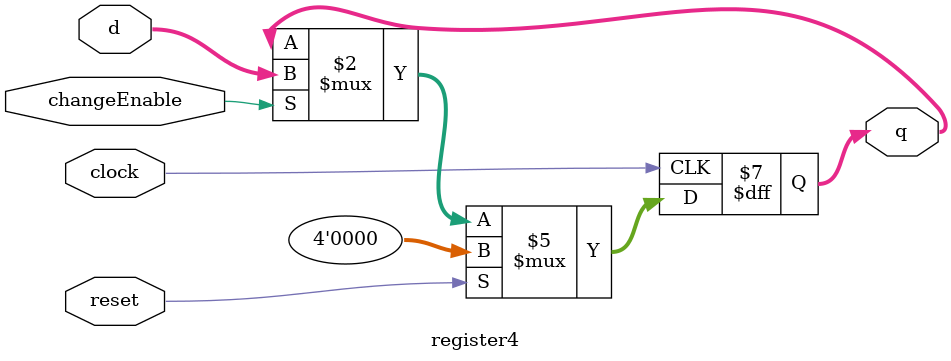
<source format=v>
module register4 (
	input [3:0] d,
	input changeEnable,     //Change Enable
	input reset,  //同期リセット
	input clock,    //クロック
	output reg [3:0] q
);

	always @ (posedge clock) begin 
		if (reset) begin
			q <= 4'h0;
		end else if ( changeEnable ) begin
				q <= d;
		end
	end
	
endmodule

</source>
